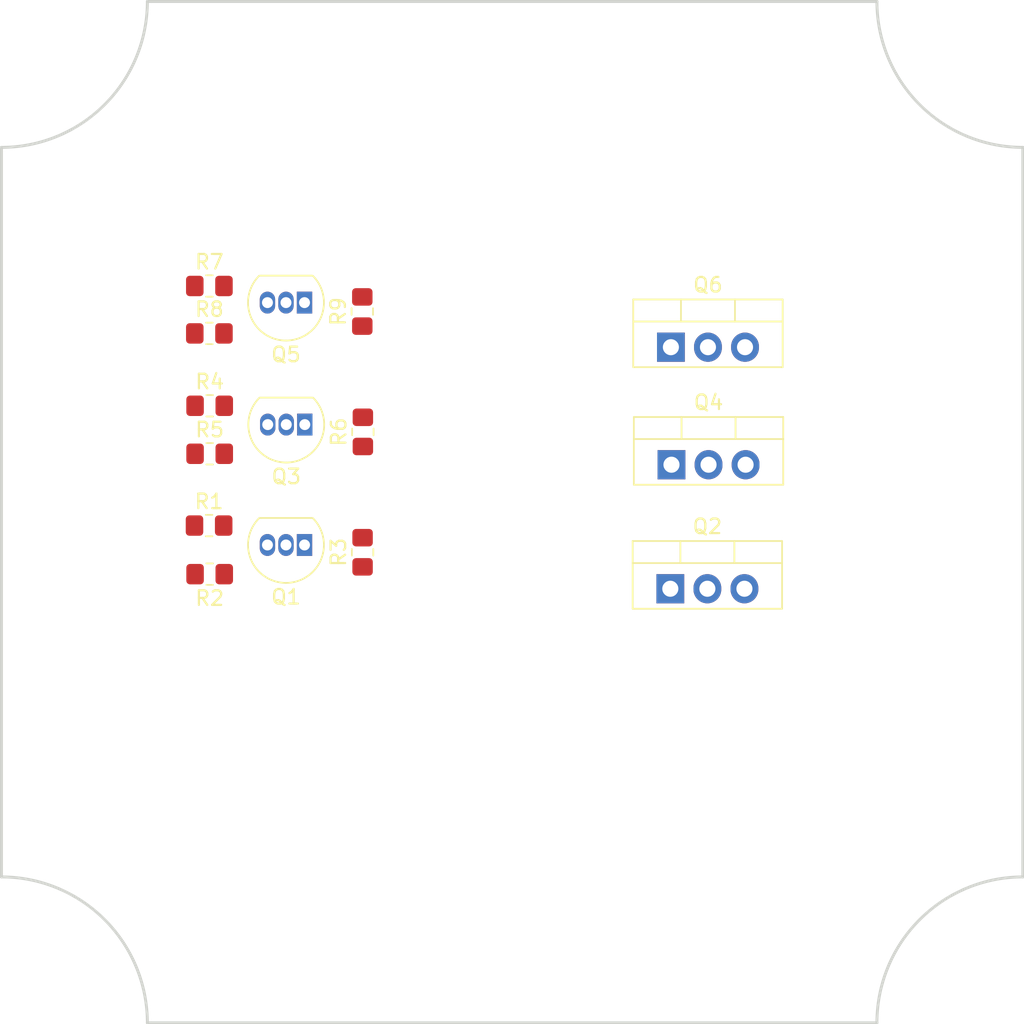
<source format=kicad_pcb>
(kicad_pcb (version 20221018) (generator pcbnew)
  (layers (0 "F.Cu" signal) (31 "B.Cu" signal) (34 "B.Paste" user) (35 "F.Paste" user) (36 "B.SilkS" user "B.Silkscreen") (37 "F.SilkS" user "F.Silkscreen") (38 "B.Mask" user) (39 "F.Mask" user) (44 "Edge.Cuts" user))
  (net 0 "")
  (net 1 "Net-(Q1-D)")
  (net 2 "Net-(Q1-G)")
  (net 3 "GND")
  (net 4 "LED_1")
  (net 5 "+12V")
  (net 6 "Net-(Q3-D)")
  (net 7 "Net-(Q3-G)")
  (net 8 "LED_2")
  (net 9 "Net-(Q5-D)")
  (net 10 "Net-(Q5-G)")
  (net 11 "LED_3")
  (net 12 "ARD_1")
  (net 13 "ARD_2")
  (net 14 "ARD_3")
  (footprint "Package_TO_SOT_THT:TO-92_Inline" (layer "F.Cu") (at 147.27 88.39 180)
    (fp_text reference "Q5" (at 1.27 -3.56) (layer "F.SilkS"))
    (fp_text value "BS170")
    (fp_line (start -0.53 1.85) (end 3.07 1.85) (stroke (width 0.12)) (layer "F.SilkS"))
    (fp_arc (start -0.568478 1.838478) (mid -1.132087 -0.994977) (end 1.27 -2.6) (stroke (width 0.12)) (layer "F.SilkS"))
    (fp_arc (start 1.27 -2.6) (mid 3.672087 -0.994977) (end 3.108478 1.838478) (stroke (width 0.12)) (layer "F.SilkS"))
    (pad "1" thru_hole rect (at 0 0 180) (size 1.05 1.5) (drill 0.75) (layers "*.Cu" "*.Mask") (net 9 "Net-(Q5-D)"))
    (pad "2" thru_hole oval (at 1.27 0 180) (size 1.05 1.5) (drill 0.75) (layers "*.Cu" "*.Mask") (net 10 "Net-(Q5-G)"))
    (pad "3" thru_hole oval (at 2.54 0 180) (size 1.05 1.5) (drill 0.75) (layers "*.Cu" "*.Mask") (net 3 "GND"))
  )
  (footprint "Resistor_SMD:R_0805_2012Metric_Pad1.20x1.40mm_HandSolder" (layer "F.Cu") (at 140.75 90.5)
    (fp_text reference "R8" (at 0 -1.65) (layer "F.SilkS"))
    (fp_text value "10k")
    (fp_line (start -0.227064 -0.735) (end 0.227064 -0.735) (stroke (width 0.12)) (layer "F.SilkS"))
    (fp_line (start -0.227064 0.735) (end 0.227064 0.735) (stroke (width 0.12)) (layer "F.SilkS"))
    (pad "1" smd roundrect (at -1 0) (size 1.2 1.4) (layers "F.Cu" "F.Paste" "F.Mask") (roundrect_rratio 0.208333) (net 3 "GND"))
    (pad "2" smd roundrect (at 1 0) (size 1.2 1.4) (layers "F.Cu" "F.Paste" "F.Mask") (roundrect_rratio 0.208333) (net 10 "Net-(Q5-G)"))
  )
  (footprint "Package_TO_SOT_THT:TO-220-3_Vertical" (layer "F.Cu") (at 172.42 99.5)
    (fp_text reference "Q4" (at 2.54 -4.27) (layer "F.SilkS"))
    (fp_text value "IRF9540N")
    (fp_line (start -2.58 -3.27) (end -2.58 1.371) (stroke (width 0.12)) (layer "F.SilkS"))
    (fp_line (start -2.58 -3.27) (end 7.66 -3.27) (stroke (width 0.12)) (layer "F.SilkS"))
    (fp_line (start -2.58 -1.76) (end 7.66 -1.76) (stroke (width 0.12)) (layer "F.SilkS"))
    (fp_line (start -2.58 1.371) (end 7.66 1.371) (stroke (width 0.12)) (layer "F.SilkS"))
    (fp_line (start 0.69 -3.27) (end 0.69 -1.76) (stroke (width 0.12)) (layer "F.SilkS"))
    (fp_line (start 4.391 -3.27) (end 4.391 -1.76) (stroke (width 0.12)) (layer "F.SilkS"))
    (fp_line (start 7.66 -3.27) (end 7.66 1.371) (stroke (width 0.12)) (layer "F.SilkS"))
    (pad "1" thru_hole rect (at 0 0) (size 1.905 2) (drill 1.1) (layers "*.Cu" "*.Mask") (net 6 "Net-(Q3-D)"))
    (pad "2" thru_hole oval (at 2.54 0) (size 1.905 2) (drill 1.1) (layers "*.Cu" "*.Mask") (net 8 "LED_2"))
    (pad "3" thru_hole oval (at 5.08 0) (size 1.905 2) (drill 1.1) (layers "*.Cu" "*.Mask") (net 5 "+12V"))
  )
  (footprint "Resistor_SMD:R_0805_2012Metric_Pad1.20x1.40mm_HandSolder" (layer "F.Cu") (at 140.77 107 180)
    (fp_text reference "R2" (at 0 -1.65) (layer "F.SilkS"))
    (fp_text value "10k")
    (fp_line (start -0.227064 -0.735) (end 0.227064 -0.735) (stroke (width 0.12)) (layer "F.SilkS"))
    (fp_line (start -0.227064 0.735) (end 0.227064 0.735) (stroke (width 0.12)) (layer "F.SilkS"))
    (pad "1" smd roundrect (at -1 0 180) (size 1.2 1.4) (layers "F.Cu" "F.Paste" "F.Mask") (roundrect_rratio 0.208333) (net 3 "GND"))
    (pad "2" smd roundrect (at 1 0 180) (size 1.2 1.4) (layers "F.Cu" "F.Paste" "F.Mask") (roundrect_rratio 0.208333) (net 2 "Net-(Q1-G)"))
  )
  (footprint "Package_TO_SOT_THT:TO-220-3_Vertical" (layer "F.Cu") (at 172.38 91.445)
    (fp_text reference "Q6" (at 2.54 -4.27) (layer "F.SilkS"))
    (fp_text value "IRF9540N")
    (fp_line (start -2.58 -3.27) (end -2.58 1.371) (stroke (width 0.12)) (layer "F.SilkS"))
    (fp_line (start -2.58 -3.27) (end 7.66 -3.27) (stroke (width 0.12)) (layer "F.SilkS"))
    (fp_line (start -2.58 -1.76) (end 7.66 -1.76) (stroke (width 0.12)) (layer "F.SilkS"))
    (fp_line (start -2.58 1.371) (end 7.66 1.371) (stroke (width 0.12)) (layer "F.SilkS"))
    (fp_line (start 0.69 -3.27) (end 0.69 -1.76) (stroke (width 0.12)) (layer "F.SilkS"))
    (fp_line (start 4.391 -3.27) (end 4.391 -1.76) (stroke (width 0.12)) (layer "F.SilkS"))
    (fp_line (start 7.66 -3.27) (end 7.66 1.371) (stroke (width 0.12)) (layer "F.SilkS"))
    (pad "1" thru_hole rect (at 0 0) (size 1.905 2) (drill 1.1) (layers "*.Cu" "*.Mask") (net 9 "Net-(Q5-D)"))
    (pad "2" thru_hole oval (at 2.54 0) (size 1.905 2) (drill 1.1) (layers "*.Cu" "*.Mask") (net 11 "LED_3"))
    (pad "3" thru_hole oval (at 5.08 0) (size 1.905 2) (drill 1.1) (layers "*.Cu" "*.Mask") (net 5 "+12V"))
  )
  (footprint "Package_TO_SOT_THT:TO-220-3_Vertical" (layer "F.Cu") (at 172.34 108)
    (fp_text reference "Q2" (at 2.54 -4.27) (layer "F.SilkS"))
    (fp_text value "IRF9540N")
    (fp_line (start -2.58 -3.27) (end -2.58 1.371) (stroke (width 0.12)) (layer "F.SilkS"))
    (fp_line (start -2.58 -3.27) (end 7.66 -3.27) (stroke (width 0.12)) (layer "F.SilkS"))
    (fp_line (start -2.58 -1.76) (end 7.66 -1.76) (stroke (width 0.12)) (layer "F.SilkS"))
    (fp_line (start -2.58 1.371) (end 7.66 1.371) (stroke (width 0.12)) (layer "F.SilkS"))
    (fp_line (start 0.69 -3.27) (end 0.69 -1.76) (stroke (width 0.12)) (layer "F.SilkS"))
    (fp_line (start 4.391 -3.27) (end 4.391 -1.76) (stroke (width 0.12)) (layer "F.SilkS"))
    (fp_line (start 7.66 -3.27) (end 7.66 1.371) (stroke (width 0.12)) (layer "F.SilkS"))
    (pad "1" thru_hole rect (at 0 0) (size 1.905 2) (drill 1.1) (layers "*.Cu" "*.Mask") (net 1 "Net-(Q1-D)"))
    (pad "2" thru_hole oval (at 2.54 0) (size 1.905 2) (drill 1.1) (layers "*.Cu" "*.Mask") (net 4 "LED_1"))
    (pad "3" thru_hole oval (at 5.08 0) (size 1.905 2) (drill 1.1) (layers "*.Cu" "*.Mask") (net 5 "+12V"))
  )
  (footprint "Resistor_SMD:R_0805_2012Metric_Pad1.20x1.40mm_HandSolder" (layer "F.Cu") (at 151.25 105.5 90)
    (fp_text reference "R3" (at 0 -1.65 90) (layer "F.SilkS"))
    (fp_text value "10k")
    (fp_line (start -0.227064 -0.735) (end 0.227064 -0.735) (stroke (width 0.12)) (layer "F.SilkS"))
    (fp_line (start -0.227064 0.735) (end 0.227064 0.735) (stroke (width 0.12)) (layer "F.SilkS"))
    (pad "1" smd roundrect (at -1 0 90) (size 1.2 1.4) (layers "F.Cu" "F.Paste" "F.Mask") (roundrect_rratio 0.208333) (net 5 "+12V"))
    (pad "2" smd roundrect (at 1 0 90) (size 1.2 1.4) (layers "F.Cu" "F.Paste" "F.Mask") (roundrect_rratio 0.208333) (net 1 "Net-(Q1-D)"))
  )
  (footprint "Package_TO_SOT_THT:TO-92_Inline" (layer "F.Cu") (at 147.29 96.75 180)
    (fp_text reference "Q3" (at 1.27 -3.56) (layer "F.SilkS"))
    (fp_text value "BS170")
    (fp_line (start -0.53 1.85) (end 3.07 1.85) (stroke (width 0.12)) (layer "F.SilkS"))
    (fp_arc (start -0.568478 1.838478) (mid -1.132087 -0.994977) (end 1.27 -2.6) (stroke (width 0.12)) (layer "F.SilkS"))
    (fp_arc (start 1.27 -2.6) (mid 3.672087 -0.994977) (end 3.108478 1.838478) (stroke (width 0.12)) (layer "F.SilkS"))
    (pad "1" thru_hole rect (at 0 0 180) (size 1.05 1.5) (drill 0.75) (layers "*.Cu" "*.Mask") (net 6 "Net-(Q3-D)"))
    (pad "2" thru_hole oval (at 1.27 0 180) (size 1.05 1.5) (drill 0.75) (layers "*.Cu" "*.Mask") (net 7 "Net-(Q3-G)"))
    (pad "3" thru_hole oval (at 2.54 0 180) (size 1.05 1.5) (drill 0.75) (layers "*.Cu" "*.Mask") (net 3 "GND"))
  )
  (footprint "Resistor_SMD:R_0805_2012Metric_Pad1.20x1.40mm_HandSolder" (layer "F.Cu") (at 140.73 103.67)
    (fp_text reference "R1" (at 0 -1.65) (layer "F.SilkS"))
    (fp_text value "1k")
    (fp_line (start -0.227064 -0.735) (end 0.227064 -0.735) (stroke (width 0.12)) (layer "F.SilkS"))
    (fp_line (start -0.227064 0.735) (end 0.227064 0.735) (stroke (width 0.12)) (layer "F.SilkS"))
    (pad "1" smd roundrect (at -1 0) (size 1.2 1.4) (layers "F.Cu" "F.Paste" "F.Mask") (roundrect_rratio 0.208333) (net 12 "ARD_1"))
    (pad "2" smd roundrect (at 1 0) (size 1.2 1.4) (layers "F.Cu" "F.Paste" "F.Mask") (roundrect_rratio 0.208333) (net 2 "Net-(Q1-G)"))
  )
  (footprint "Package_TO_SOT_THT:TO-92_Inline" (layer "F.Cu") (at 147.27 105 180)
    (fp_text reference "Q1" (at 1.27 -3.56) (layer "F.SilkS"))
    (fp_text value "BS170")
    (fp_line (start -0.53 1.85) (end 3.07 1.85) (stroke (width 0.12)) (layer "F.SilkS"))
    (fp_arc (start -0.568478 1.838478) (mid -1.132087 -0.994977) (end 1.27 -2.6) (stroke (width 0.12)) (layer "F.SilkS"))
    (fp_arc (start 1.27 -2.6) (mid 3.672087 -0.994977) (end 3.108478 1.838478) (stroke (width 0.12)) (layer "F.SilkS"))
    (pad "1" thru_hole rect (at 0 0 180) (size 1.05 1.5) (drill 0.75) (layers "*.Cu" "*.Mask") (net 1 "Net-(Q1-D)"))
    (pad "2" thru_hole oval (at 1.27 0 180) (size 1.05 1.5) (drill 0.75) (layers "*.Cu" "*.Mask") (net 2 "Net-(Q1-G)"))
    (pad "3" thru_hole oval (at 2.54 0 180) (size 1.05 1.5) (drill 0.75) (layers "*.Cu" "*.Mask") (net 3 "GND"))
  )
  (footprint "Resistor_SMD:R_0805_2012Metric_Pad1.20x1.40mm_HandSolder" (layer "F.Cu") (at 140.77 98.75)
    (fp_text reference "R5" (at 0 -1.65) (layer "F.SilkS"))
    (fp_text value "10k")
    (fp_line (start -0.227064 -0.735) (end 0.227064 -0.735) (stroke (width 0.12)) (layer "F.SilkS"))
    (fp_line (start -0.227064 0.735) (end 0.227064 0.735) (stroke (width 0.12)) (layer "F.SilkS"))
    (pad "1" smd roundrect (at -1 0) (size 1.2 1.4) (layers "F.Cu" "F.Paste" "F.Mask") (roundrect_rratio 0.208333) (net 3 "GND"))
    (pad "2" smd roundrect (at 1 0) (size 1.2 1.4) (layers "F.Cu" "F.Paste" "F.Mask") (roundrect_rratio 0.208333) (net 7 "Net-(Q3-G)"))
  )
  (footprint "Resistor_SMD:R_0805_2012Metric_Pad1.20x1.40mm_HandSolder" (layer "F.Cu") (at 151.23 89 90)
    (fp_text reference "R9" (at 0 -1.65 90) (layer "F.SilkS"))
    (fp_text value "10k")
    (fp_line (start -0.227064 -0.735) (end 0.227064 -0.735) (stroke (width 0.12)) (layer "F.SilkS"))
    (fp_line (start -0.227064 0.735) (end 0.227064 0.735) (stroke (width 0.12)) (layer "F.SilkS"))
    (pad "1" smd roundrect (at -1 0 90) (size 1.2 1.4) (layers "F.Cu" "F.Paste" "F.Mask") (roundrect_rratio 0.208333) (net 5 "+12V"))
    (pad "2" smd roundrect (at 1 0 90) (size 1.2 1.4) (layers "F.Cu" "F.Paste" "F.Mask") (roundrect_rratio 0.208333) (net 9 "Net-(Q5-D)"))
  )
  (footprint "Resistor_SMD:R_0805_2012Metric_Pad1.20x1.40mm_HandSolder" (layer "F.Cu") (at 140.75 87.25)
    (fp_text reference "R7" (at 0 -1.65) (layer "F.SilkS"))
    (fp_text value "1k")
    (fp_line (start -0.227064 -0.735) (end 0.227064 -0.735) (stroke (width 0.12)) (layer "F.SilkS"))
    (fp_line (start -0.227064 0.735) (end 0.227064 0.735) (stroke (width 0.12)) (layer "F.SilkS"))
    (pad "1" smd roundrect (at -1 0) (size 1.2 1.4) (layers "F.Cu" "F.Paste" "F.Mask") (roundrect_rratio 0.208333) (net 14 "ARD_3"))
    (pad "2" smd roundrect (at 1 0) (size 1.2 1.4) (layers "F.Cu" "F.Paste" "F.Mask") (roundrect_rratio 0.208333) (net 10 "Net-(Q5-G)"))
  )
  (footprint "Resistor_SMD:R_0805_2012Metric_Pad1.20x1.40mm_HandSolder" (layer "F.Cu") (at 151.27 97.25 90)
    (fp_text reference "R6" (at 0 -1.65 90) (layer "F.SilkS"))
    (fp_text value "10k")
    (fp_line (start -0.227064 -0.735) (end 0.227064 -0.735) (stroke (width 0.12)) (layer "F.SilkS"))
    (fp_line (start -0.227064 0.735) (end 0.227064 0.735) (stroke (width 0.12)) (layer "F.SilkS"))
    (pad "1" smd roundrect (at -1 0 90) (size 1.2 1.4) (layers "F.Cu" "F.Paste" "F.Mask") (roundrect_rratio 0.208333) (net 5 "+12V"))
    (pad "2" smd roundrect (at 1 0 90) (size 1.2 1.4) (layers "F.Cu" "F.Paste" "F.Mask") (roundrect_rratio 0.208333) (net 6 "Net-(Q3-D)"))
  )
  (footprint "Resistor_SMD:R_0805_2012Metric_Pad1.20x1.40mm_HandSolder" (layer "F.Cu") (at 140.77 95.46)
    (fp_text reference "R4" (at 0 -1.65) (layer "F.SilkS"))
    (fp_text value "1k")
    (fp_line (start -0.227064 -0.735) (end 0.227064 -0.735) (stroke (width 0.12)) (layer "F.SilkS"))
    (fp_line (start -0.227064 0.735) (end 0.227064 0.735) (stroke (width 0.12)) (layer "F.SilkS"))
    (pad "1" smd roundrect (at -1 0) (size 1.2 1.4) (layers "F.Cu" "F.Paste" "F.Mask") (roundrect_rratio 0.208333) (net 13 "ARD_2"))
    (pad "2" smd roundrect (at 1 0) (size 1.2 1.4) (layers "F.Cu" "F.Paste" "F.Mask") (roundrect_rratio 0.208333) (net 7 "Net-(Q3-G)"))
  )
  (gr_arc (start 126.5 127.75) (mid 133.571068 130.678932) (end 136.5 137.75) (stroke (width 0.2)) (layer "Edge.Cuts"))
  (gr_arc (start 136.5 67.75) (mid 133.571068 74.821068) (end 126.5 77.75) (stroke (width 0.2)) (layer "Edge.Cuts"))
  (gr_line (start 196.5 127.75) (end 196.5 77.75) (stroke (width 0.2)) (layer "Edge.Cuts"))
  (gr_line (start 186.5 67.75) (end 136.5 67.75) (stroke (width 0.2)) (layer "Edge.Cuts"))
  (gr_arc (start 186.5 137.75) (mid 189.428933 130.678933) (end 196.5 127.75) (stroke (width 0.2)) (layer "Edge.Cuts"))
  (gr_line (start 136.5 137.75) (end 186.5 137.75) (stroke (width 0.2)) (layer "Edge.Cuts"))
  (gr_arc (start 196.5 77.75) (mid 189.428909 74.821081) (end 186.5 67.75) (stroke (width 0.2)) (layer "Edge.Cuts"))
  (gr_line (start 126.5 77.75) (end 126.5 127.75) (stroke (width 0.2)) (layer "Edge.Cuts"))
)
</source>
